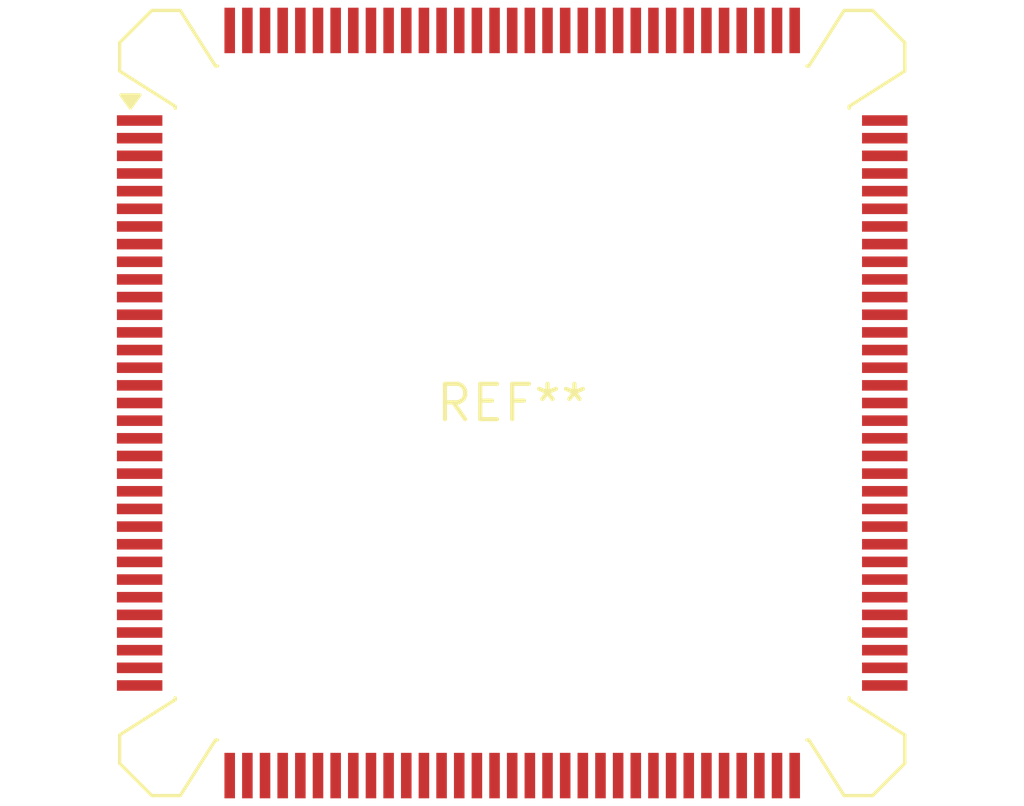
<source format=kicad_pcb>
(kicad_pcb (version 20240108) (generator pcbnew)
  (layers (0 "F.Cu" signal) (31 "B.Cu" signal) (34 "B.Paste" user) (35 "F.Paste" user) (36 "B.SilkS" user "B.Silkscreen") (37 "F.SilkS" user "F.Silkscreen") (38 "B.Mask" user) (39 "F.Mask" user) (44 "Edge.Cuts" user))
  (net 0 "")
  (footprint "PQFP-132_24x24mm_P0.635mm_i386" (layer "F.Cu") (at 0 0)
    (property "Reference" "REF**")
    (property "Value" "PQFP-132_24x24mm_P0.635mm_i386")
    (fp_line (start -14.12 -12.96) (end -12.96 -14.12) (layer "F.SilkS") (stroke (width 0.12)))
    (fp_line (start -14.12 -11.94) (end -14.12 -12.96) (layer "F.SilkS") (stroke (width 0.12)))
    (fp_line (start -14.12 -11.94) (end -12.12 -10.67) (layer "F.SilkS") (stroke (width 0.12)))
    (fp_line (start -14.12 11.94) (end -14.12 12.96) (layer "F.SilkS") (stroke (width 0.12)))
    (fp_line (start -14.12 11.94) (end -12.12 10.67) (layer "F.SilkS") (stroke (width 0.12)))
    (fp_line (start -14.12 12.96) (end -12.96 14.12) (layer "F.SilkS") (stroke (width 0.12)))
    (fp_line (start -12.12 -10.67) (end -12.12 -10.6) (layer "F.SilkS") (stroke (width 0.12)))
    (fp_line (start -12.12 10.67) (end -12.12 10.6) (layer "F.SilkS") (stroke (width 0.12)))
    (fp_line (start -11.94 -14.12) (end -12.96 -14.12) (layer "F.SilkS") (stroke (width 0.12)))
    (fp_line (start -11.94 14.12) (end -12.96 14.12) (layer "F.SilkS") (stroke (width 0.12)))
    (fp_line (start -10.67 -12.12) (end -11.94 -14.12) (layer "F.SilkS") (stroke (width 0.12)))
    (fp_line (start -10.67 12.12) (end -11.94 14.12) (layer "F.SilkS") (stroke (width 0.12)))
    (fp_line (start -10.6 -12.12) (end -10.67 -12.12) (layer "F.SilkS") (stroke (width 0.12)))
    (fp_line (start -10.6 12.12) (end -10.67 12.12) (layer "F.SilkS") (stroke (width 0.12)))
    (fp_line (start 10.6 -12.12) (end 10.67 -12.12) (layer "F.SilkS") (stroke (width 0.12)))
    (fp_line (start 10.6 12.12) (end 10.67 12.12) (layer "F.SilkS") (stroke (width 0.12)))
    (fp_line (start 10.67 -12.12) (end 11.94 -14.12) (layer "F.SilkS") (stroke (width 0.12)))
    (fp_line (start 10.67 12.12) (end 11.94 14.12) (layer "F.SilkS") (stroke (width 0.12)))
    (fp_line (start 11.94 -14.12) (end 12.96 -14.12) (layer "F.SilkS") (stroke (width 0.12)))
    (fp_line (start 11.94 14.12) (end 12.96 14.12) (layer "F.SilkS") (stroke (width 0.12)))
    (fp_line (start 12.12 -10.67) (end 12.12 -10.6) (layer "F.SilkS") (stroke (width 0.12)))
    (fp_line (start 12.12 10.67) (end 12.12 10.6) (layer "F.SilkS") (stroke (width 0.12)))
    (fp_line (start 14.12 -12.96) (end 12.96 -14.12) (layer "F.SilkS") (stroke (width 0.12)))
    (fp_line (start 14.12 -11.94) (end 12.12 -10.67) (layer "F.SilkS") (stroke (width 0.12)))
    (fp_line (start 14.12 -11.94) (end 14.12 -12.96) (layer "F.SilkS") (stroke (width 0.12)))
    (fp_line (start 14.12 11.94) (end 12.12 10.67) (layer "F.SilkS") (stroke (width 0.12)))
    (fp_line (start 14.12 11.94) (end 14.12 12.96) (layer "F.SilkS") (stroke (width 0.12)))
    (fp_line (start 14.12 12.96) (end 12.96 14.12) (layer "F.SilkS") (stroke (width 0.12)))
    (fp_poly (pts (xy -13.73 -10.61) (xy -14.07 -11.08) (xy -13.39 -11.08) (xy -13.73 -10.61)) (layer "F.SilkS") (stroke (width 0.12)) (fill solid))
    (pad "1" smd rect (at -13.4 -10.16) (size 1.635 0.38) (layers "F.Cu" "F.Paste" "F.Mask"))
    (pad "2" smd rect (at -13.4 -9.525) (size 1.635 0.38) (layers "F.Cu" "F.Paste" "F.Mask"))
    (pad "3" smd rect (at -13.4 -8.89) (size 1.635 0.38) (layers "F.Cu" "F.Paste" "F.Mask"))
    (pad "4" smd rect (at -13.4 -8.255) (size 1.635 0.38) (layers "F.Cu" "F.Paste" "F.Mask"))
    (pad "5" smd rect (at -13.4 -7.62) (size 1.635 0.38) (layers "F.Cu" "F.Paste" "F.Mask"))
    (pad "6" smd rect (at -13.4 -6.985) (size 1.635 0.38) (layers "F.Cu" "F.Paste" "F.Mask"))
    (pad "7" smd rect (at -13.4 -6.35) (size 1.635 0.38) (layers "F.Cu" "F.Paste" "F.Mask"))
    (pad "8" smd rect (at -13.4 -5.715) (size 1.635 0.38) (layers "F.Cu" "F.Paste" "F.Mask"))
    (pad "9" smd rect (at -13.4 -5.08) (size 1.635 0.38) (layers "F.Cu" "F.Paste" "F.Mask"))
    (pad "10" smd rect (at -13.4 -4.445) (size 1.635 0.38) (layers "F.Cu" "F.Paste" "F.Mask"))
    (pad "11" smd rect (at -13.4 -3.81) (size 1.635 0.38) (layers "F.Cu" "F.Paste" "F.Mask"))
    (pad "12" smd rect (at -13.4 -3.175) (size 1.635 0.38) (layers "F.Cu" "F.Paste" "F.Mask"))
    (pad "13" smd rect (at -13.4 -2.54) (size 1.635 0.38) (layers "F.Cu" "F.Paste" "F.Mask"))
    (pad "14" smd rect (at -13.4 -1.905) (size 1.635 0.38) (layers "F.Cu" "F.Paste" "F.Mask"))
    (pad "15" smd rect (at -13.4 -1.27) (size 1.635 0.38) (layers "F.Cu" "F.Paste" "F.Mask"))
    (pad "16" smd rect (at -13.4 -0.635) (size 1.635 0.38) (layers "F.Cu" "F.Paste" "F.Mask"))
    (pad "17" smd rect (at -13.4 0) (size 1.635 0.38) (layers "F.Cu" "F.Paste" "F.Mask"))
    (pad "18" smd rect (at -13.4 0.635) (size 1.635 0.38) (layers "F.Cu" "F.Paste" "F.Mask"))
    (pad "19" smd rect (at -13.4 1.27) (size 1.635 0.38) (layers "F.Cu" "F.Paste" "F.Mask"))
    (pad "20" smd rect (at -13.4 1.905) (size 1.635 0.38) (layers "F.Cu" "F.Paste" "F.Mask"))
    (pad "21" smd rect (at -13.4 2.54) (size 1.635 0.38) (layers "F.Cu" "F.Paste" "F.Mask"))
    (pad "22" smd rect (at -13.4 3.175) (size 1.635 0.38) (layers "F.Cu" "F.Paste" "F.Mask"))
    (pad "23" smd rect (at -13.4 3.81) (size 1.635 0.38) (layers "F.Cu" "F.Paste" "F.Mask"))
    (pad "24" smd rect (at -13.4 4.445) (size 1.635 0.38) (layers "F.Cu" "F.Paste" "F.Mask"))
    (pad "25" smd rect (at -13.4 5.08) (size 1.635 0.38) (layers "F.Cu" "F.Paste" "F.Mask"))
    (pad "26" smd rect (at -13.4 5.715) (size 1.635 0.38) (layers "F.Cu" "F.Paste" "F.Mask"))
    (pad "27" smd rect (at -13.4 6.35) (size 1.635 0.38) (layers "F.Cu" "F.Paste" "F.Mask"))
    (pad "28" smd rect (at -13.4 6.985) (size 1.635 0.38) (layers "F.Cu" "F.Paste" "F.Mask"))
    (pad "29" smd rect (at -13.4 7.62) (size 1.635 0.38) (layers "F.Cu" "F.Paste" "F.Mask"))
    (pad "30" smd rect (at -13.4 8.255) (size 1.635 0.38) (layers "F.Cu" "F.Paste" "F.Mask"))
    (pad "31" smd rect (at -13.4 8.89) (size 1.635 0.38) (layers "F.Cu" "F.Paste" "F.Mask"))
    (pad "32" smd rect (at -13.4 9.525) (size 1.635 0.38) (layers "F.Cu" "F.Paste" "F.Mask"))
    (pad "33" smd rect (at -13.4 10.16) (size 1.635 0.38) (layers "F.Cu" "F.Paste" "F.Mask"))
    (pad "34" smd rect (at -10.16 13.4) (size 0.38 1.635) (layers "F.Cu" "F.Paste" "F.Mask"))
    (pad "35" smd rect (at -9.525 13.4) (size 0.38 1.635) (layers "F.Cu" "F.Paste" "F.Mask"))
    (pad "36" smd rect (at -8.89 13.4) (size 0.38 1.635) (layers "F.Cu" "F.Paste" "F.Mask"))
    (pad "37" smd rect (at -8.255 13.4) (size 0.38 1.635) (layers "F.Cu" "F.Paste" "F.Mask"))
    (pad "38" smd rect (at -7.62 13.4) (size 0.38 1.635) (layers "F.Cu" "F.Paste" "F.Mask"))
    (pad "39" smd rect (at -6.985 13.4) (size 0.38 1.635) (layers "F.Cu" "F.Paste" "F.Mask"))
    (pad "40" smd rect (at -6.35 13.4) (size 0.38 1.635) (layers "F.Cu" "F.Paste" "F.Mask"))
    (pad "41" smd rect (at -5.715 13.4) (size 0.38 1.635) (layers "F.Cu" "F.Paste" "F.Mask"))
    (pad "42" smd rect (at -5.08 13.4) (size 0.38 1.635) (layers "F.Cu" "F.Paste" "F.Mask"))
    (pad "43" smd rect (at -4.445 13.4) (size 0.38 1.635) (layers "F.Cu" "F.Paste" "F.Mask"))
    (pad "44" smd rect (at -3.81 13.4) (size 0.38 1.635) (layers "F.Cu" "F.Paste" "F.Mask"))
    (pad "45" smd rect (at -3.175 13.4) (size 0.38 1.635) (layers "F.Cu" "F.Paste" "F.Mask"))
    (pad "46" smd rect (at -2.54 13.4) (size 0.38 1.635) (layers "F.Cu" "F.Paste" "F.Mask"))
    (pad "47" smd rect (at -1.905 13.4) (size 0.38 1.635) (layers "F.Cu" "F.Paste" "F.Mask"))
    (pad "48" smd rect (at -1.27 13.4) (size 0.38 1.635) (layers "F.Cu" "F.Paste" "F.Mask"))
    (pad "49" smd rect (at -0.635 13.4) (size 0.38 1.635) (layers "F.Cu" "F.Paste" "F.Mask"))
    (pad "50" smd rect (at 0 13.4) (size 0.38 1.635) (layers "F.Cu" "F.Paste" "F.Mask"))
    (pad "51" smd rect (at 0.635 13.4) (size 0.38 1.635) (layers "F.Cu" "F.Paste" "F.Mask"))
    (pad "52" smd rect (at 1.27 13.4) (size 0.38 1.635) (layers "F.Cu" "F.Paste" "F.Mask"))
    (pad "53" smd rect (at 1.905 13.4) (size 0.38 1.635) (layers "F.Cu" "F.Paste" "F.Mask"))
    (pad "54" smd rect (at 2.54 13.4) (size 0.38 1.635) (layers "F.Cu" "F.Paste" "F.Mask"))
    (pad "55" smd rect (at 3.175 13.4) (size 0.38 1.635) (layers "F.Cu" "F.Paste" "F.Mask"))
    (pad "56" smd rect (at 3.81 13.4) (size 0.38 1.635) (layers "F.Cu" "F.Paste" "F.Mask"))
    (pad "57" smd rect (at 4.445 13.4) (size 0.38 1.635) (layers "F.Cu" "F.Paste" "F.Mask"))
    (pad "58" smd rect (at 5.08 13.4) (size 0.38 1.635) (layers "F.Cu" "F.Paste" "F.Mask"))
    (pad "59" smd rect (at 5.715 13.4) (size 0.38 1.635) (layers "F.Cu" "F.Paste" "F.Mask"))
    (pad "60" smd rect (at 6.35 13.4) (size 0.38 1.635) (layers "F.Cu" "F.Paste" "F.Mask"))
    (pad "61" smd rect (at 6.985 13.4) (size 0.38 1.635) (layers "F.Cu" "F.Paste" "F.Mask"))
    (pad "62" smd rect (at 7.62 13.4) (size 0.38 1.635) (layers "F.Cu" "F.Paste" "F.Mask"))
    (pad "63" smd rect (at 8.255 13.4) (size 0.38 1.635) (layers "F.Cu" "F.Paste" "F.Mask"))
    (pad "64" smd rect (at 8.89 13.4) (size 0.38 1.635) (layers "F.Cu" "F.Paste" "F.Mask"))
    (pad "65" smd rect (at 9.525 13.4) (size 0.38 1.635) (layers "F.Cu" "F.Paste" "F.Mask"))
    (pad "66" smd rect (at 10.16 13.4) (size 0.38 1.635) (layers "F.Cu" "F.Paste" "F.Mask"))
    (pad "67" smd rect (at 13.4 10.16) (size 1.635 0.38) (layers "F.Cu" "F.Paste" "F.Mask"))
    (pad "68" smd rect (at 13.4 9.525) (size 1.635 0.38) (layers "F.Cu" "F.Paste" "F.Mask"))
    (pad "69" smd rect (at 13.4 8.89) (size 1.635 0.38) (layers "F.Cu" "F.Paste" "F.Mask"))
    (pad "70" smd rect (at 13.4 8.255) (size 1.635 0.38) (layers "F.Cu" "F.Paste" "F.Mask"))
    (pad "71" smd rect (at 13.4 7.62) (size 1.635 0.38) (layers "F.Cu" "F.Paste" "F.Mask"))
    (pad "72" smd rect (at 13.4 6.985) (size 1.635 0.38) (layers "F.Cu" "F.Paste" "F.Mask"))
    (pad "73" smd rect (at 13.4 6.35) (size 1.635 0.38) (layers "F.Cu" "F.Paste" "F.Mask"))
    (pad "74" smd rect (at 13.4 5.715) (size 1.635 0.38) (layers "F.Cu" "F.Paste" "F.Mask"))
    (pad "75" smd rect (at 13.4 5.08) (size 1.635 0.38) (layers "F.Cu" "F.Paste" "F.Mask"))
    (pad "76" smd rect (at 13.4 4.445) (size 1.635 0.38) (layers "F.Cu" "F.Paste" "F.Mask"))
    (pad "77" smd rect (at 13.4 3.81) (size 1.635 0.38) (layers "F.Cu" "F.Paste" "F.Mask"))
    (pad "78" smd rect (at 13.4 3.175) (size 1.635 0.38) (layers "F.Cu" "F.Paste" "F.Mask"))
    (pad "79" smd rect (at 13.4 2.54) (size 1.635 0.38) (layers "F.Cu" "F.Paste" "F.Mask"))
    (pad "80" smd rect (at 13.4 1.905) (size 1.635 0.38) (layers "F.Cu" "F.Paste" "F.Mask"))
    (pad "81" smd rect (at 13.4 1.27) (size 1.635 0.38) (layers "F.Cu" "F.Paste" "F.Mask"))
    (pad "82" smd rect (at 13.4 0.635) (size 1.635 0.38) (layers "F.Cu" "F.Paste" "F.Mask"))
    (pad "83" smd rect (at 13.4 0) (size 1.635 0.38) (layers "F.Cu" "F.Paste" "F.Mask"))
    (pad "84" smd rect (at 13.4 -0.635) (size 1.635 0.38) (layers "F.Cu" "F.Paste" "F.Mask"))
    (pad "85" smd rect (at 13.4 -1.27) (size 1.635 0.38) (layers "F.Cu" "F.Paste" "F.Mask"))
    (pad "86" smd rect (at 13.4 -1.905) (size 1.635 0.38) (layers "F.Cu" "F.Paste" "F.Mask"))
    (pad "87" smd rect (at 13.4 -2.54) (size 1.635 0.38) (layers "F.Cu" "F.Paste" "F.Mask"))
    (pad "88" smd rect (at 13.4 -3.175) (size 1.635 0.38) (layers "F.Cu" "F.Paste" "F.Mask"))
    (pad "89" smd rect (at 13.4 -3.81) (size 1.635 0.38) (layers "F.Cu" "F.Paste" "F.Mask"))
    (pad "90" smd rect (at 13.4 -4.445) (size 1.635 0.38) (layers "F.Cu" "F.Paste" "F.Mask"))
    (pad "91" smd rect (at 13.4 -5.08) (size 1.635 0.38) (layers "F.Cu" "F.Paste" "F.Mask"))
    (pad "92" smd rect (at 13.4 -5.715) (size 1.635 0.38) (layers "F.Cu" "F.Paste" "F.Mask"))
    (pad "93" smd rect (at 13.4 -6.35) (size 1.635 0.38) (layers "F.Cu" "F.Paste" "F.Mask"))
    (pad "94" smd rect (at 13.4 -6.985) (size 1.635 0.38) (layers "F.Cu" "F.Paste" "F.Mask"))
    (pad "95" smd rect (at 13.4 -7.62) (size 1.635 0.38) (layers "F.Cu" "F.Paste" "F.Mask"))
    (pad "96" smd rect (at 13.4 -8.255) (size 1.635 0.38) (layers "F.Cu" "F.Paste" "F.Mask"))
    (pad "97" smd rect (at 13.4 -8.89) (size 1.635 0.38) (layers "F.Cu" "F.Paste" "F.Mask"))
    (pad "98" smd rect (at 13.4 -9.525) (size 1.635 0.38) (layers "F.Cu" "F.Paste" "F.Mask"))
    (pad "99" smd rect (at 13.4 -10.16) (size 1.635 0.38) (layers "F.Cu" "F.Paste" "F.Mask"))
    (pad "100" smd rect (at 10.16 -13.4) (size 0.38 1.635) (layers "F.Cu" "F.Paste" "F.Mask"))
    (pad "101" smd rect (at 9.525 -13.4) (size 0.38 1.635) (layers "F.Cu" "F.Paste" "F.Mask"))
    (pad "102" smd rect (at 8.89 -13.4) (size 0.38 1.635) (layers "F.Cu" "F.Paste" "F.Mask"))
    (pad "103" smd rect (at 8.255 -13.4) (size 0.38 1.635) (layers "F.Cu" "F.Paste" "F.Mask"))
    (pad "104" smd rect (at 7.62 -13.4) (size 0.38 1.635) (layers "F.Cu" "F.Paste" "F.Mask"))
    (pad "105" smd rect (at 6.985 -13.4) (size 0.38 1.635) (layers "F.Cu" "F.Paste" "F.Mask"))
    (pad "106" smd rect (at 6.35 -13.4) (size 0.38 1.635) (layers "F.Cu" "F.Paste" "F.Mask"))
    (pad "107" smd rect (at 5.715 -13.4) (size 0.38 1.635) (layers "F.Cu" "F.Paste" "F.Mask"))
    (pad "108" smd rect (at 5.08 -13.4) (size 0.38 1.635) (layers "F.Cu" "F.Paste" "F.Mask"))
    (pad "109" smd rect (at 4.445 -13.4) (size 0.38 1.635) (layers "F.Cu" "F.Paste" "F.Mask"))
    (pad "110" smd rect (at 3.81 -13.4) (size 0.38 1.635) (layers "F.Cu" "F.Paste" "F.Mask"))
    (pad "111" smd rect (at 3.175 -13.4) (size 0.38 1.635) (layers "F.Cu" "F.Paste" "F.Mask"))
    (pad "112" smd rect (at 2.54 -13.4) (size 0.38 1.635) (layers "F.Cu" "F.Paste" "F.Mask"))
    (pad "113" smd rect (at 1.905 -13.4) (size 0.38 1.635) (layers "F.Cu" "F.Paste" "F.Mask"))
    (pad "114" smd rect (at 1.27 -13.4) (size 0.38 1.635) (layers "F.Cu" "F.Paste" "F.Mask"))
    (pad "115" smd rect (at 0.635 -13.4) (size 0.38 1.635) (layers "F.Cu" "F.Paste" "F.Mask"))
    (pad "116" smd rect (at 0 -13.4) (size 0.38 1.635) (layers "F.Cu" "F.Paste" "F.Mask"))
    (pad "117" smd rect (at -0.635 -13.4) (size 0.38 1.635) (layers "F.Cu" "F.Paste" "F.Mask"))
    (pad "118" smd rect (at -1.27 -13.4) (size 0.38 1.635) (layers "F.Cu" "F.Paste" "F.Mask"))
    (pad "119" smd rect (at -1.905 -13.4) (size 0.38 1.635) (layers "F.Cu" "F.Paste" "F.Mask"))
    (pad "120" smd rect (at -2.54 -13.4) (size 0.38 1.635) (layers "F.Cu" "F.Paste" "F.Mask"))
    (pad "121" smd rect (at -3.175 -13.4) (size 0.38 1.635) (layers "F.Cu" "F.Paste" "F.Mask"))
    (pad "122" smd rect (at -3.81 -13.4) (size 0.38 1.635) (layers "F.Cu" "F.Paste" "F.Mask"))
    (pad "123" smd rect (at -4.445 -13.4) (size 0.38 1.635) (layers "F.Cu" "F.Paste" "F.Mask"))
    (pad "124" smd rect (at -5.08 -13.4) (size 0.38 1.635) (layers "F.Cu" "F.Paste" "F.Mask"))
    (pad "125" smd rect (at -5.715 -13.4) (size 0.38 1.635) (layers "F.Cu" "F.Paste" "F.Mask"))
    (pad "126" smd rect (at -6.35 -13.4) (size 0.38 1.635) (layers "F.Cu" "F.Paste" "F.Mask"))
    (pad "127" smd rect (at -6.985 -13.4) (size 0.38 1.635) (layers "F.Cu" "F.Paste" "F.Mask"))
    (pad "128" smd rect (at -7.62 -13.4) (size 0.38 1.635) (layers "F.Cu" "F.Paste" "F.Mask"))
    (pad "129" smd rect (at -8.255 -13.4) (size 0.38 1.635) (layers "F.Cu" "F.Paste" "F.Mask"))
    (pad "130" smd rect (at -8.89 -13.4) (size 0.38 1.635) (layers "F.Cu" "F.Paste" "F.Mask"))
    (pad "131" smd rect (at -9.525 -13.4) (size 0.38 1.635) (layers "F.Cu" "F.Paste" "F.Mask"))
    (pad "132" smd rect (at -10.16 -13.4) (size 0.38 1.635) (layers "F.Cu" "F.Paste" "F.Mask"))
  )
)
</source>
